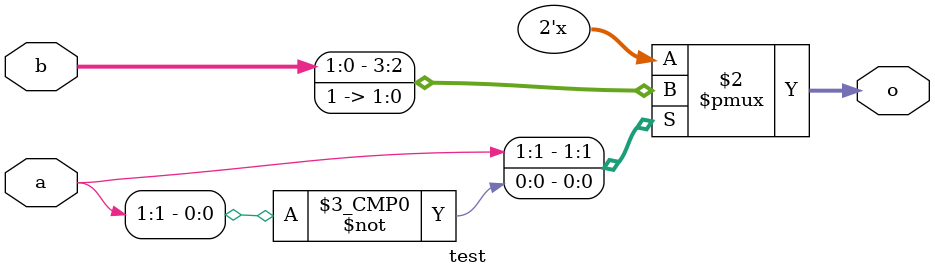
<source format=v>
module test (o, a, b);
  input [1:0] a, b;
  output [1:0] o;
  reg [1:0] o;
  always @* begin
    casez (a)
      2'b1?: o = b;
      2'b0?: o = 2'b11;
    endcase
  end
endmodule

</source>
